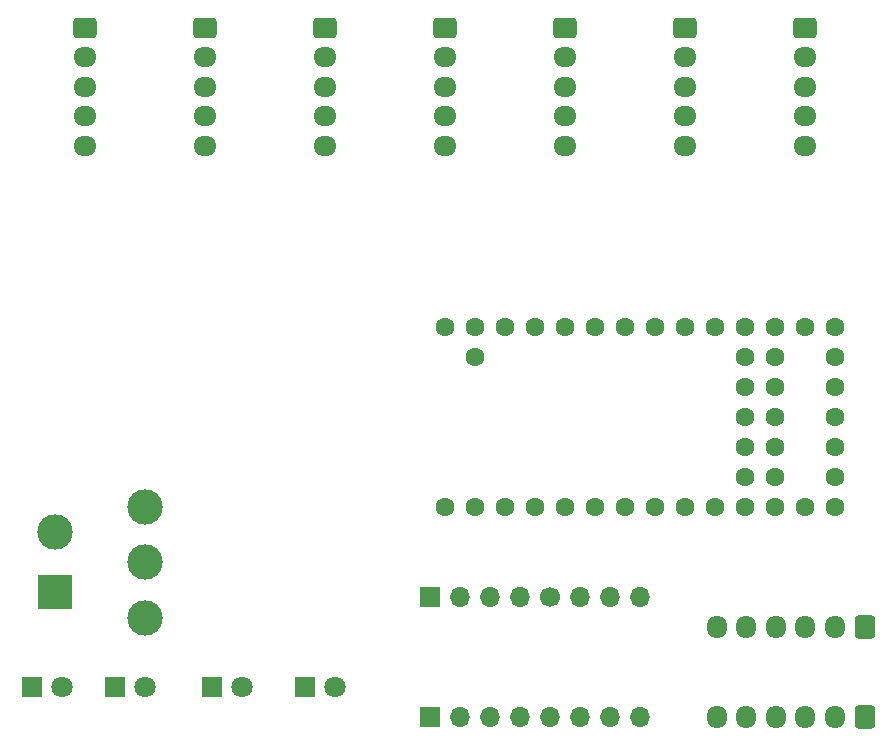
<source format=gbr>
%TF.GenerationSoftware,KiCad,Pcbnew,7.0.8*%
%TF.CreationDate,2024-03-05T19:06:49-05:00*%
%TF.ProjectId,UpdatedPCB2024,55706461-7465-4645-9043-42323032342e,rev?*%
%TF.SameCoordinates,Original*%
%TF.FileFunction,Soldermask,Bot*%
%TF.FilePolarity,Negative*%
%FSLAX46Y46*%
G04 Gerber Fmt 4.6, Leading zero omitted, Abs format (unit mm)*
G04 Created by KiCad (PCBNEW 7.0.8) date 2024-03-05 19:06:49*
%MOMM*%
%LPD*%
G01*
G04 APERTURE LIST*
G04 Aperture macros list*
%AMRoundRect*
0 Rectangle with rounded corners*
0 $1 Rounding radius*
0 $2 $3 $4 $5 $6 $7 $8 $9 X,Y pos of 4 corners*
0 Add a 4 corners polygon primitive as box body*
4,1,4,$2,$3,$4,$5,$6,$7,$8,$9,$2,$3,0*
0 Add four circle primitives for the rounded corners*
1,1,$1+$1,$2,$3*
1,1,$1+$1,$4,$5*
1,1,$1+$1,$6,$7*
1,1,$1+$1,$8,$9*
0 Add four rect primitives between the rounded corners*
20,1,$1+$1,$2,$3,$4,$5,0*
20,1,$1+$1,$4,$5,$6,$7,0*
20,1,$1+$1,$6,$7,$8,$9,0*
20,1,$1+$1,$8,$9,$2,$3,0*%
G04 Aperture macros list end*
%ADD10O,1.700000X1.950000*%
%ADD11RoundRect,0.250000X0.600000X0.725000X-0.600000X0.725000X-0.600000X-0.725000X0.600000X-0.725000X0*%
%ADD12RoundRect,0.250000X-0.725000X0.600000X-0.725000X-0.600000X0.725000X-0.600000X0.725000X0.600000X0*%
%ADD13O,1.950000X1.700000*%
%ADD14R,1.800000X1.800000*%
%ADD15C,1.800000*%
%ADD16C,3.000000*%
%ADD17R,3.000000X3.000000*%
%ADD18C,1.600000*%
%ADD19R,1.700000X1.700000*%
%ADD20O,1.700000X1.700000*%
%ADD21C,1.700000*%
G04 APERTURE END LIST*
D10*
%TO.C,J8*%
X147520000Y-132080000D03*
X150020000Y-132080000D03*
X152520000Y-132080000D03*
X155020000Y-132080000D03*
X157520000Y-132080000D03*
D11*
X160020000Y-132080000D03*
%TD*%
D12*
%TO.C,J2*%
X93980000Y-73740000D03*
D13*
X93980000Y-76240000D03*
X93980000Y-78740000D03*
X93980000Y-81240000D03*
X93980000Y-83740000D03*
%TD*%
D14*
%TO.C,D3*%
X104771000Y-129540000D03*
D15*
X107311000Y-129540000D03*
%TD*%
D12*
%TO.C,J1*%
X124460000Y-73740000D03*
D13*
X124460000Y-76240000D03*
X124460000Y-78740000D03*
X124460000Y-81240000D03*
X124460000Y-83740000D03*
%TD*%
D14*
%TO.C,D1*%
X89531000Y-129540000D03*
D15*
X92071000Y-129540000D03*
%TD*%
D16*
%TO.C,SW1*%
X99060000Y-114300000D03*
X99060000Y-119000000D03*
X99060000Y-123700000D03*
%TD*%
D17*
%TO.C,J10*%
X91440000Y-121540000D03*
D16*
X91440000Y-116460000D03*
%TD*%
D18*
%TO.C,U1*%
X124460000Y-99060000D03*
X157480000Y-111760000D03*
X157480000Y-104140000D03*
X157480000Y-101600000D03*
X127000000Y-99060000D03*
X157480000Y-106680000D03*
X124460000Y-114300000D03*
X127000000Y-101600000D03*
X149860000Y-101600000D03*
X152400000Y-101600000D03*
X149860000Y-104140000D03*
X152400000Y-104140000D03*
X149860000Y-106680000D03*
X152400000Y-106680000D03*
X149860000Y-109220000D03*
X152400000Y-109220000D03*
X149860000Y-111760000D03*
X152400000Y-111760000D03*
X132080000Y-99060000D03*
X134620000Y-99060000D03*
X137160000Y-99060000D03*
X139700000Y-99060000D03*
X142240000Y-99060000D03*
X144780000Y-99060000D03*
X147320000Y-99060000D03*
X149860000Y-99060000D03*
X152400000Y-99060000D03*
X154940000Y-99060000D03*
X157480000Y-99060000D03*
X157480000Y-114300000D03*
X154940000Y-114300000D03*
X152400000Y-114300000D03*
X149860000Y-114300000D03*
X147320000Y-114300000D03*
X144780000Y-114300000D03*
X142240000Y-114300000D03*
X139700000Y-114300000D03*
X137160000Y-114300000D03*
X129540000Y-99060000D03*
X157480000Y-109220000D03*
X134620000Y-114300000D03*
X132080000Y-114300000D03*
X129540000Y-114300000D03*
X127000000Y-114300000D03*
%TD*%
D12*
%TO.C,J7*%
X154940000Y-73740000D03*
D13*
X154940000Y-76240000D03*
X154940000Y-78740000D03*
X154940000Y-81240000D03*
X154940000Y-83740000D03*
%TD*%
D12*
%TO.C,J6*%
X144780000Y-73740000D03*
D13*
X144780000Y-76240000D03*
X144780000Y-78740000D03*
X144780000Y-81240000D03*
X144780000Y-83740000D03*
%TD*%
D12*
%TO.C,J3*%
X104140000Y-73740000D03*
D13*
X104140000Y-76240000D03*
X104140000Y-78740000D03*
X104140000Y-81240000D03*
X104140000Y-83740000D03*
%TD*%
D10*
%TO.C,J9*%
X147520000Y-124460000D03*
X150020000Y-124460000D03*
X152520000Y-124460000D03*
X155020000Y-124460000D03*
X157520000Y-124460000D03*
D11*
X160020000Y-124460000D03*
%TD*%
D14*
%TO.C,D2*%
X96520000Y-129540000D03*
D15*
X99060000Y-129540000D03*
%TD*%
D19*
%TO.C,U2*%
X123190000Y-121920000D03*
D20*
X125730000Y-121920000D03*
X128270000Y-121920000D03*
X130810000Y-121920000D03*
D21*
X133350000Y-121920000D03*
D20*
X135890000Y-121920000D03*
X138430000Y-121920000D03*
X140970000Y-121920000D03*
X140970000Y-132080000D03*
X138430000Y-132080000D03*
X135890000Y-132080000D03*
X133350000Y-132080000D03*
X130810000Y-132080000D03*
X128270000Y-132080000D03*
X125730000Y-132080000D03*
D19*
X123190000Y-132080000D03*
%TD*%
D14*
%TO.C,D4*%
X112663000Y-129540000D03*
D15*
X115203000Y-129540000D03*
%TD*%
D12*
%TO.C,J4*%
X114300000Y-73740000D03*
D13*
X114300000Y-76240000D03*
X114300000Y-78740000D03*
X114300000Y-81240000D03*
X114300000Y-83740000D03*
%TD*%
D12*
%TO.C,J5*%
X134620000Y-73740000D03*
D13*
X134620000Y-76240000D03*
X134620000Y-78740000D03*
X134620000Y-81240000D03*
X134620000Y-83740000D03*
%TD*%
M02*

</source>
